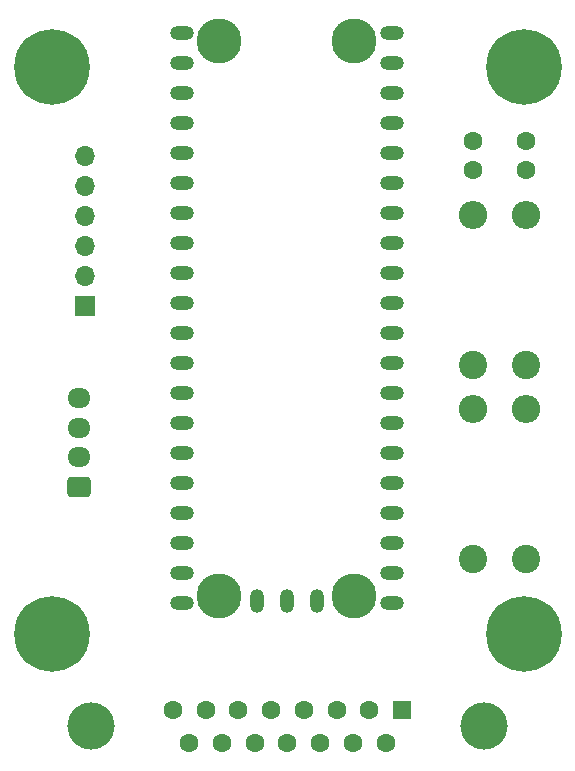
<source format=gbr>
%TF.GenerationSoftware,KiCad,Pcbnew,7.0.1*%
%TF.CreationDate,2023-05-02T22:09:15+01:00*%
%TF.ProjectId,pico-joystick,7069636f-2d6a-46f7-9973-7469636b2e6b,rev?*%
%TF.SameCoordinates,Original*%
%TF.FileFunction,Soldermask,Top*%
%TF.FilePolarity,Negative*%
%FSLAX46Y46*%
G04 Gerber Fmt 4.6, Leading zero omitted, Abs format (unit mm)*
G04 Created by KiCad (PCBNEW 7.0.1) date 2023-05-02 22:09:15*
%MOMM*%
%LPD*%
G01*
G04 APERTURE LIST*
G04 Aperture macros list*
%AMRoundRect*
0 Rectangle with rounded corners*
0 $1 Rounding radius*
0 $2 $3 $4 $5 $6 $7 $8 $9 X,Y pos of 4 corners*
0 Add a 4 corners polygon primitive as box body*
4,1,4,$2,$3,$4,$5,$6,$7,$8,$9,$2,$3,0*
0 Add four circle primitives for the rounded corners*
1,1,$1+$1,$2,$3*
1,1,$1+$1,$4,$5*
1,1,$1+$1,$6,$7*
1,1,$1+$1,$8,$9*
0 Add four rect primitives between the rounded corners*
20,1,$1+$1,$2,$3,$4,$5,0*
20,1,$1+$1,$4,$5,$6,$7,0*
20,1,$1+$1,$6,$7,$8,$9,0*
20,1,$1+$1,$8,$9,$2,$3,0*%
G04 Aperture macros list end*
%ADD10C,6.400000*%
%ADD11C,2.400000*%
%ADD12O,2.400000X2.400000*%
%ADD13C,1.600000*%
%ADD14RoundRect,0.250000X0.725000X-0.600000X0.725000X0.600000X-0.725000X0.600000X-0.725000X-0.600000X0*%
%ADD15O,1.950000X1.700000*%
%ADD16C,3.800000*%
%ADD17O,2.000000X1.200000*%
%ADD18O,1.200000X2.000000*%
%ADD19R,1.700000X1.700000*%
%ADD20O,1.700000X1.700000*%
%ADD21C,4.000000*%
%ADD22R,1.600000X1.600000*%
G04 APERTURE END LIST*
D10*
%TO.C,REF\u002A\u002A*%
X132400000Y-65000000D03*
%TD*%
D11*
%TO.C,R3*%
X172600000Y-106650000D03*
D12*
X172600000Y-93950000D03*
%TD*%
D10*
%TO.C,REF\u002A\u002A*%
X172400000Y-113000000D03*
%TD*%
D13*
%TO.C,C2*%
X172600000Y-73700000D03*
X172600000Y-71200000D03*
%TD*%
%TO.C,C1*%
X168120000Y-73730000D03*
X168120000Y-71230000D03*
%TD*%
D11*
%TO.C,R1*%
X168120000Y-90200000D03*
D12*
X168120000Y-77500000D03*
%TD*%
D11*
%TO.C,R4*%
X168120000Y-106650000D03*
D12*
X168120000Y-93950000D03*
%TD*%
D10*
%TO.C,REF\u002A\u002A*%
X172400000Y-65000000D03*
%TD*%
D14*
%TO.C,J2*%
X134700000Y-100500000D03*
D15*
X134700000Y-98000000D03*
X134700000Y-95500000D03*
X134700000Y-93000000D03*
%TD*%
D16*
%TO.C,U1*%
X146600000Y-62760000D03*
X146600000Y-109760000D03*
X158000000Y-62760000D03*
X158000000Y-109760000D03*
D17*
X143410000Y-62130000D03*
X143410000Y-64670000D03*
X143410000Y-67210000D03*
X143410000Y-69750000D03*
X143410000Y-72290000D03*
X143410000Y-74830000D03*
X143410000Y-77370000D03*
X143410000Y-79910000D03*
X143410000Y-82450000D03*
X143410000Y-84990000D03*
X143410000Y-87530000D03*
X143410000Y-90070000D03*
X143410000Y-92610000D03*
X143410000Y-95150000D03*
X143410000Y-97690000D03*
X143410000Y-100230000D03*
X143410000Y-102770000D03*
X143410000Y-105310000D03*
X143410000Y-107850000D03*
X143410000Y-110390000D03*
X161190000Y-110390000D03*
X161190000Y-107850000D03*
X161190000Y-105310000D03*
X161190000Y-102770000D03*
X161190000Y-100230000D03*
X161190000Y-97690000D03*
X161190000Y-95150000D03*
X161190000Y-92610000D03*
X161190000Y-90070000D03*
X161190000Y-87530000D03*
X161190000Y-84990000D03*
X161190000Y-82450000D03*
X161190000Y-79910000D03*
X161190000Y-77370000D03*
X161190000Y-74830000D03*
X161190000Y-72290000D03*
X161190000Y-69750000D03*
X161190000Y-67210000D03*
X161190000Y-64670000D03*
X161190000Y-62130000D03*
D18*
X149760000Y-110160000D03*
X152300000Y-110160000D03*
X154840000Y-110160000D03*
%TD*%
D19*
%TO.C,J3*%
X135200000Y-85240000D03*
D20*
X135200000Y-82700000D03*
X135200000Y-80160000D03*
X135200000Y-77620000D03*
X135200000Y-75080000D03*
X135200000Y-72540000D03*
%TD*%
D11*
%TO.C,R2*%
X172600000Y-90200000D03*
D12*
X172600000Y-77500000D03*
%TD*%
D10*
%TO.C,REF\u002A\u002A*%
X132400000Y-113000000D03*
%TD*%
D21*
%TO.C,J1*%
X135730000Y-120800000D03*
X169030000Y-120800000D03*
D22*
X162075000Y-119380000D03*
D13*
X159305000Y-119380000D03*
X156535000Y-119380000D03*
X153765000Y-119380000D03*
X150995000Y-119380000D03*
X148225000Y-119380000D03*
X145455000Y-119380000D03*
X142685000Y-119380000D03*
X160690000Y-122220000D03*
X157920000Y-122220000D03*
X155150000Y-122220000D03*
X152380000Y-122220000D03*
X149610000Y-122220000D03*
X146840000Y-122220000D03*
X144070000Y-122220000D03*
%TD*%
M02*

</source>
